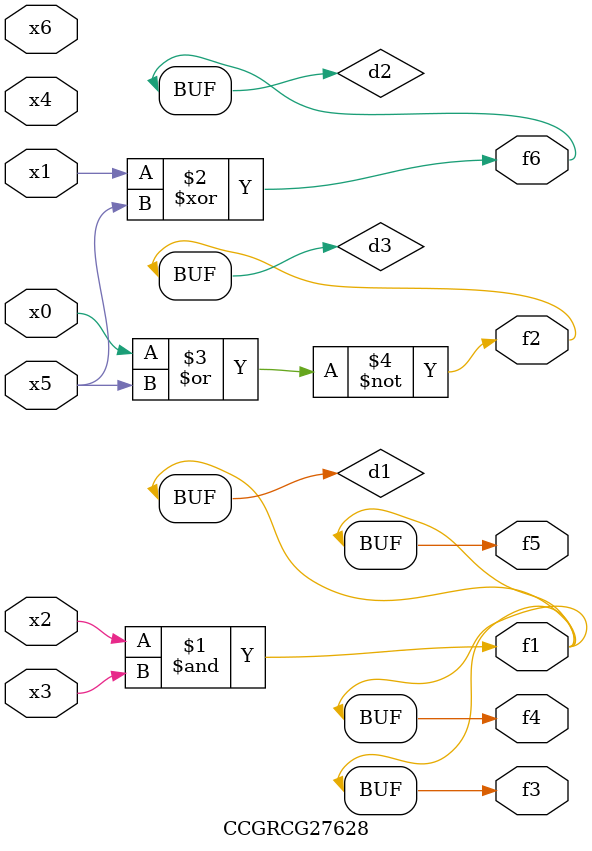
<source format=v>
module CCGRCG27628(
	input x0, x1, x2, x3, x4, x5, x6,
	output f1, f2, f3, f4, f5, f6
);

	wire d1, d2, d3;

	and (d1, x2, x3);
	xor (d2, x1, x5);
	nor (d3, x0, x5);
	assign f1 = d1;
	assign f2 = d3;
	assign f3 = d1;
	assign f4 = d1;
	assign f5 = d1;
	assign f6 = d2;
endmodule

</source>
